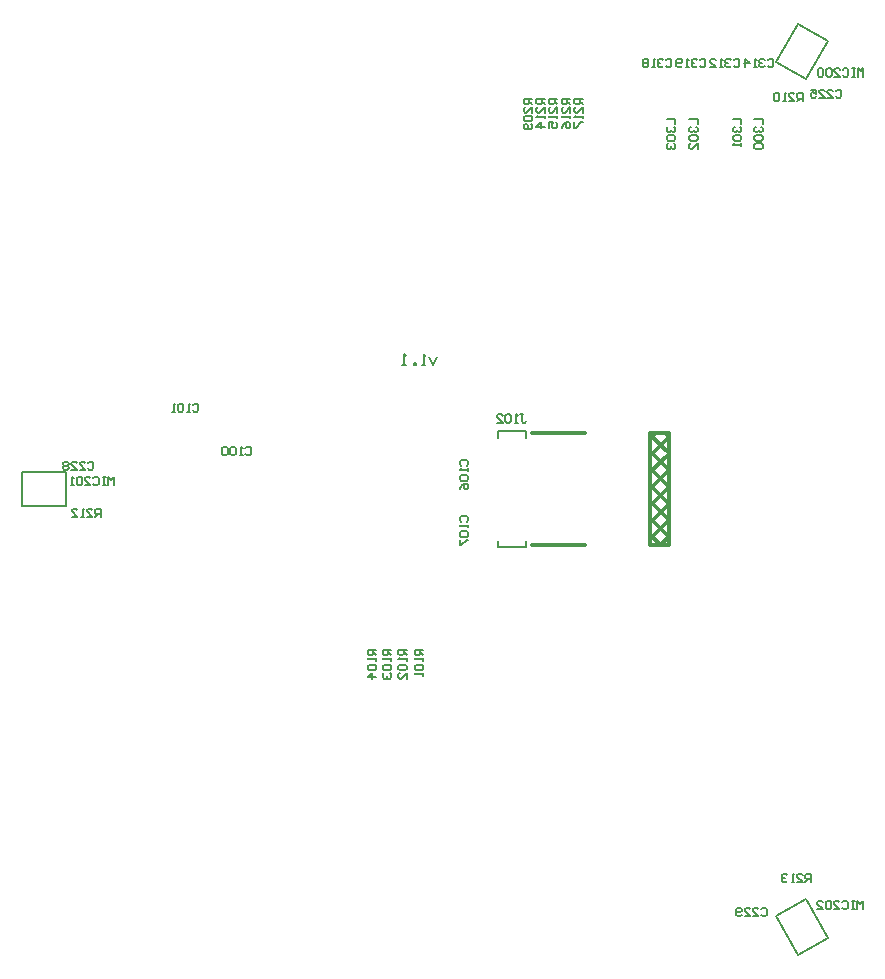
<source format=gbo>
G04*
G04 #@! TF.GenerationSoftware,Altium Limited,Altium Designer,21.8.1 (53)*
G04*
G04 Layer_Color=32896*
%FSTAX43Y43*%
%MOMM*%
G71*
G04*
G04 #@! TF.SameCoordinates,6DCA0702-E8A1-45D8-905D-7E8CEDC4C78A*
G04*
G04*
G04 #@! TF.FilePolarity,Positive*
G04*
G01*
G75*
%ADD10C,0.200*%
%ADD13C,0.150*%
%ADD81C,0.300*%
D10*
X-00095Y0011167D02*
X-0009834Y00105D01*
X-0010167Y0011167D01*
X-00105Y00105D02*
X-0010833D01*
X-0010667D01*
Y00115D01*
X-00105Y0011333D01*
X-0011333Y00105D02*
Y0010667D01*
X-00115D01*
Y00105D01*
X-0011333D01*
X-0012166D02*
X-00125D01*
X-0012333D01*
Y00115D01*
X-0012166Y0011333D01*
D13*
X-0040915Y-000145D02*
X-0040915Y000145D01*
X-0044665Y000145D02*
X-0040915Y000145D01*
X-0044665Y-000145D02*
X-0044665Y000145D01*
X-0044665Y-000145D02*
X-0040915Y-000145D01*
X-0001975Y0004375D02*
Y00049D01*
X-0004375D02*
X-0001975D01*
X-0004375Y0004375D02*
Y00049D01*
X-0001975Y-00049D02*
Y-0004375D01*
X-0004375Y-00049D02*
X-0001975D01*
X-0004375D02*
Y-0004375D01*
X0019199Y003616D02*
X0021074Y0039408D01*
X0023585Y0037958D01*
X002171Y003471D02*
X0023585Y0037958D01*
X0019199Y003616D02*
X002171Y003471D01*
X0019202Y-0036158D02*
X0021713Y-0034708D01*
X0019202Y-0036158D02*
X0021077Y-0039406D01*
X0023588Y-0037956D01*
X0021713Y-0034708D02*
X0023588Y-0037956D01*
X000995Y0031383D02*
X001065D01*
Y0030916D01*
X0010067Y0030683D02*
X000995Y0030567D01*
Y0030333D01*
X0010067Y0030217D01*
X0010183D01*
X00103Y0030333D01*
Y003045D01*
Y0030333D01*
X0010417Y0030217D01*
X0010533D01*
X001065Y0030333D01*
Y0030567D01*
X0010533Y0030683D01*
X0010067Y0029983D02*
X000995Y0029867D01*
Y0029633D01*
X0010067Y0029517D01*
X0010533D01*
X001065Y0029633D01*
Y0029867D01*
X0010533Y0029983D01*
X0010067D01*
Y0029284D02*
X000995Y0029167D01*
Y0028934D01*
X0010067Y0028817D01*
X0010183D01*
X00103Y0028934D01*
Y002905D01*
Y0028934D01*
X0010417Y0028817D01*
X0010533D01*
X001065Y0028934D01*
Y0029167D01*
X0010533Y0029284D01*
X001735Y0031383D02*
X001805D01*
Y0030916D01*
X0017467Y0030683D02*
X001735Y0030567D01*
Y0030333D01*
X0017467Y0030217D01*
X0017583D01*
X00177Y0030333D01*
Y003045D01*
Y0030333D01*
X0017817Y0030217D01*
X0017933D01*
X001805Y0030333D01*
Y0030567D01*
X0017933Y0030683D01*
X0017467Y0029983D02*
X001735Y0029867D01*
Y0029633D01*
X0017467Y0029517D01*
X0017933D01*
X001805Y0029633D01*
Y0029867D01*
X0017933Y0029983D01*
X0017467D01*
Y0029284D02*
X001735Y0029167D01*
Y0028934D01*
X0017467Y0028817D01*
X0017933D01*
X001805Y0028934D01*
Y0029167D01*
X0017933Y0029284D01*
X0017467D01*
X0012725Y0036333D02*
X0012841Y003645D01*
X0013075D01*
X0013191Y0036333D01*
Y0035867D01*
X0013075Y003575D01*
X0012841D01*
X0012725Y0035867D01*
X0012491Y0036333D02*
X0012375Y003645D01*
X0012142D01*
X0012025Y0036333D01*
Y0036217D01*
X0012142Y00361D01*
X0012258D01*
X0012142D01*
X0012025Y0035983D01*
Y0035867D01*
X0012142Y003575D01*
X0012375D01*
X0012491Y0035867D01*
X0011792Y003575D02*
X0011558D01*
X0011675D01*
Y003645D01*
X0011792Y0036333D01*
X0011209Y0035867D02*
X0011092Y003575D01*
X0010859D01*
X0010742Y0035867D01*
Y0036333D01*
X0010859Y003645D01*
X0011092D01*
X0011209Y0036333D01*
Y0036217D01*
X0011092Y00361D01*
X0010742D01*
X0009858Y0036333D02*
X0009975Y003645D01*
X0010208D01*
X0010325Y0036333D01*
Y0035867D01*
X0010208Y003575D01*
X0009975D01*
X0009858Y0035867D01*
X0009625Y0036333D02*
X0009508Y003645D01*
X0009275D01*
X0009158Y0036333D01*
Y0036217D01*
X0009275Y00361D01*
X0009392D01*
X0009275D01*
X0009158Y0035983D01*
Y0035867D01*
X0009275Y003575D01*
X0009508D01*
X0009625Y0035867D01*
X0008925Y003575D02*
X0008692D01*
X0008808D01*
Y003645D01*
X0008925Y0036333D01*
X0008342D02*
X0008225Y003645D01*
X0007992D01*
X0007875Y0036333D01*
Y0036217D01*
X0007992Y00361D01*
X0007875Y0035983D01*
Y0035867D01*
X0007992Y003575D01*
X0008225D01*
X0008342Y0035867D01*
Y0035983D01*
X0008225Y00361D01*
X0008342Y0036217D01*
Y0036333D01*
X0008225Y00361D02*
X0007992D01*
X0018458Y0036333D02*
X0018575Y003645D01*
X0018808D01*
X0018925Y0036333D01*
Y0035867D01*
X0018808Y003575D01*
X0018575D01*
X0018458Y0035867D01*
X0018225Y0036333D02*
X0018108Y003645D01*
X0017875D01*
X0017758Y0036333D01*
Y0036217D01*
X0017875Y00361D01*
X0017992D01*
X0017875D01*
X0017758Y0035983D01*
Y0035867D01*
X0017875Y003575D01*
X0018108D01*
X0018225Y0035867D01*
X0017525Y003575D02*
X0017292D01*
X0017408D01*
Y003645D01*
X0017525Y0036333D01*
X0016592Y003575D02*
Y003645D01*
X0016942Y00361D01*
X0016475D01*
X0026574Y003495D02*
Y003565D01*
X0026341Y0035417D01*
X0026108Y003565D01*
Y003495D01*
X0025875Y003565D02*
X0025641D01*
X0025758D01*
Y003495D01*
X0025875D01*
X0025641D01*
X0024825Y0035533D02*
X0024942Y003565D01*
X0025175D01*
X0025291Y0035533D01*
Y0035067D01*
X0025175Y003495D01*
X0024942D01*
X0024825Y0035067D01*
X0024125Y003495D02*
X0024592D01*
X0024125Y0035417D01*
Y0035533D01*
X0024242Y003565D01*
X0024475D01*
X0024592Y0035533D01*
X0023892D02*
X0023775Y003565D01*
X0023542D01*
X0023425Y0035533D01*
Y0035067D01*
X0023542Y003495D01*
X0023775D01*
X0023892Y0035067D01*
Y0035533D01*
X0023192D02*
X0023076Y003565D01*
X0022842D01*
X0022726Y0035533D01*
Y0035067D01*
X0022842Y003495D01*
X0023076D01*
X0023192Y0035067D01*
Y0035533D01*
X0002815Y0033052D02*
X0002115D01*
Y0032702D01*
X0002232Y0032586D01*
X0002465D01*
X0002582Y0032702D01*
Y0033052D01*
Y0032819D02*
X0002815Y0032586D01*
Y0031886D02*
Y0032353D01*
X0002348Y0031886D01*
X0002232D01*
X0002115Y0032003D01*
Y0032236D01*
X0002232Y0032353D01*
X0002815Y0031653D02*
Y003142D01*
Y0031536D01*
X0002115D01*
X0002232Y0031653D01*
X0002115Y003107D02*
Y0030603D01*
X0002232D01*
X0002698Y003107D01*
X0002815D01*
X-0001484Y0033052D02*
X-0002184D01*
Y0032702D01*
X-0002067Y0032586D01*
X-0001834D01*
X-0001717Y0032702D01*
Y0033052D01*
Y0032819D02*
X-0001484Y0032586D01*
Y0031886D02*
Y0032353D01*
X-000195Y0031886D01*
X-0002067D01*
X-0002184Y0032003D01*
Y0032236D01*
X-0002067Y0032353D01*
Y0031653D02*
X-0002184Y0031536D01*
Y0031303D01*
X-0002067Y0031186D01*
X-00016D01*
X-0001484Y0031303D01*
Y0031536D01*
X-00016Y0031653D01*
X-0002067D01*
X-00016Y0030953D02*
X-0001484Y0030836D01*
Y0030603D01*
X-00016Y0030486D01*
X-0002067D01*
X-0002184Y0030603D01*
Y0030836D01*
X-0002067Y0030953D01*
X-000195D01*
X-0001834Y0030836D01*
Y0030486D01*
X-0030197Y0007149D02*
X-0030081Y0007266D01*
X-0029847D01*
X-0029731Y0007149D01*
Y0006682D01*
X-0029847Y0006566D01*
X-0030081D01*
X-0030197Y0006682D01*
X-0030431Y0006566D02*
X-0030664D01*
X-0030547D01*
Y0007266D01*
X-0030431Y0007149D01*
X-0031014D02*
X-003113Y0007266D01*
X-0031364D01*
X-003148Y0007149D01*
Y0006682D01*
X-0031364Y0006566D01*
X-003113D01*
X-0031014Y0006682D01*
Y0007149D01*
X-0031713Y0006566D02*
X-0031947D01*
X-003183D01*
Y0007266D01*
X-0031713Y0007149D01*
X-0025742Y0003483D02*
X-0025625Y00036D01*
X-0025392D01*
X-0025275Y0003483D01*
Y0003017D01*
X-0025392Y00029D01*
X-0025625D01*
X-0025742Y0003017D01*
X-0025975Y00029D02*
X-0026208D01*
X-0026092D01*
Y00036D01*
X-0025975Y0003483D01*
X-0026558D02*
X-0026675Y00036D01*
X-0026908D01*
X-0027025Y0003483D01*
Y0003017D01*
X-0026908Y00029D01*
X-0026675D01*
X-0026558Y0003017D01*
Y0003483D01*
X-0027258D02*
X-0027375Y00036D01*
X-0027608D01*
X-0027725Y0003483D01*
Y0003017D01*
X-0027608Y00029D01*
X-0027375D01*
X-0027258Y0003017D01*
Y0003483D01*
X-0002461Y0006351D02*
X-0002227D01*
X-0002344D01*
Y0005768D01*
X-0002227Y0005651D01*
X-0002111D01*
X-0001994Y0005768D01*
X-0002694Y0005651D02*
X-0002927D01*
X-000281D01*
Y0006351D01*
X-0002694Y0006235D01*
X-0003277D02*
X-0003394Y0006351D01*
X-0003627D01*
X-0003743Y0006235D01*
Y0005768D01*
X-0003627Y0005651D01*
X-0003394D01*
X-0003277Y0005768D01*
Y0006235D01*
X-0004443Y0005651D02*
X-0003977D01*
X-0004443Y0006118D01*
Y0006235D01*
X-0004327Y0006351D01*
X-0004093D01*
X-0003977Y0006235D01*
X-0007483Y-0002742D02*
X-00076Y-0002625D01*
Y-0002392D01*
X-0007483Y-0002275D01*
X-0007017D01*
X-00069Y-0002392D01*
Y-0002625D01*
X-0007017Y-0002742D01*
X-00069Y-0002975D02*
Y-0003208D01*
Y-0003092D01*
X-00076D01*
X-0007483Y-0002975D01*
Y-0003558D02*
X-00076Y-0003675D01*
Y-0003908D01*
X-0007483Y-0004025D01*
X-0007017D01*
X-00069Y-0003908D01*
Y-0003675D01*
X-0007017Y-0003558D01*
X-0007483D01*
X-00076Y-0004258D02*
Y-0004725D01*
X-0007483D01*
X-0007017Y-0004258D01*
X-00069D01*
X-0007483Y0002008D02*
X-00076Y0002125D01*
Y0002358D01*
X-0007483Y0002475D01*
X-0007017D01*
X-00069Y0002358D01*
Y0002125D01*
X-0007017Y0002008D01*
X-00069Y0001775D02*
Y0001542D01*
Y0001658D01*
X-00076D01*
X-0007483Y0001775D01*
Y0001192D02*
X-00076Y0001075D01*
Y0000842D01*
X-0007483Y0000725D01*
X-0007017D01*
X-00069Y0000842D01*
Y0001075D01*
X-0007017Y0001192D01*
X-0007483D01*
X-00076Y0000025D02*
X-0007483Y0000259D01*
X-000725Y0000492D01*
X-0007017D01*
X-00069Y0000375D01*
Y0000142D01*
X-0007017Y0000025D01*
X-0007133D01*
X-000725Y0000142D01*
Y0000492D01*
X-0014698Y-0013572D02*
X-0015398D01*
Y-0013922D01*
X-0015282Y-0014039D01*
X-0015048D01*
X-0014932Y-0013922D01*
Y-0013572D01*
Y-0013806D02*
X-0014698Y-0014039D01*
Y-0014272D02*
Y-0014505D01*
Y-0014389D01*
X-0015398D01*
X-0015282Y-0014272D01*
Y-0014855D02*
X-0015398Y-0014972D01*
Y-0015205D01*
X-0015282Y-0015322D01*
X-0014815D01*
X-0014698Y-0015205D01*
Y-0014972D01*
X-0014815Y-0014855D01*
X-0015282D01*
X-0014698Y-0015905D02*
X-0015398D01*
X-0015048Y-0015555D01*
Y-0016021D01*
X-0013403Y-0013572D02*
X-0014103D01*
Y-0013922D01*
X-0013986Y-0014039D01*
X-0013753D01*
X-0013636Y-0013922D01*
Y-0013572D01*
Y-0013806D02*
X-0013403Y-0014039D01*
Y-0014272D02*
Y-0014505D01*
Y-0014389D01*
X-0014103D01*
X-0013986Y-0014272D01*
Y-0014855D02*
X-0014103Y-0014972D01*
Y-0015205D01*
X-0013986Y-0015322D01*
X-001352D01*
X-0013403Y-0015205D01*
Y-0014972D01*
X-001352Y-0014855D01*
X-0013986D01*
Y-0015555D02*
X-0014103Y-0015672D01*
Y-0015905D01*
X-0013986Y-0016021D01*
X-001387D01*
X-0013753Y-0015905D01*
Y-0015788D01*
Y-0015905D01*
X-0013636Y-0016021D01*
X-001352D01*
X-0013403Y-0015905D01*
Y-0015672D01*
X-001352Y-0015555D01*
X-0012108Y-0013572D02*
X-0012807D01*
Y-0013922D01*
X-0012691Y-0014039D01*
X-0012458D01*
X-0012341Y-0013922D01*
Y-0013572D01*
Y-0013806D02*
X-0012108Y-0014039D01*
Y-0014272D02*
Y-0014505D01*
Y-0014389D01*
X-0012807D01*
X-0012691Y-0014272D01*
Y-0014855D02*
X-0012807Y-0014972D01*
Y-0015205D01*
X-0012691Y-0015322D01*
X-0012224D01*
X-0012108Y-0015205D01*
Y-0014972D01*
X-0012224Y-0014855D01*
X-0012691D01*
X-0012108Y-0016021D02*
Y-0015555D01*
X-0012574Y-0016021D01*
X-0012691D01*
X-0012807Y-0015905D01*
Y-0015672D01*
X-0012691Y-0015555D01*
X-0010696Y-0013572D02*
X-0011395D01*
Y-0013922D01*
X-0011279Y-0014039D01*
X-0011045D01*
X-0010929Y-0013922D01*
Y-0013572D01*
Y-0013806D02*
X-0010696Y-0014039D01*
Y-0014272D02*
Y-0014505D01*
Y-0014389D01*
X-0011395D01*
X-0011279Y-0014272D01*
Y-0014855D02*
X-0011395Y-0014972D01*
Y-0015205D01*
X-0011279Y-0015322D01*
X-0010812D01*
X-0010696Y-0015205D01*
Y-0014972D01*
X-0010812Y-0014855D01*
X-0011279D01*
X-0010696Y-0015555D02*
Y-0015788D01*
Y-0015672D01*
X-0011395D01*
X-0011279Y-0015555D01*
X0000666Y0033052D02*
X-0000034D01*
Y0032702D01*
X0000082Y0032586D01*
X0000316D01*
X0000432Y0032702D01*
Y0033052D01*
Y0032819D02*
X0000666Y0032586D01*
Y0031886D02*
Y0032353D01*
X0000199Y0031886D01*
X0000082D01*
X-0000034Y0032003D01*
Y0032236D01*
X0000082Y0032353D01*
X0000666Y0031653D02*
Y003142D01*
Y0031536D01*
X-0000034D01*
X0000082Y0031653D01*
X-0000034Y0030603D02*
Y003107D01*
X0000316D01*
X0000199Y0030836D01*
Y003072D01*
X0000316Y0030603D01*
X0000549D01*
X0000666Y003072D01*
Y0030953D01*
X0000549Y003107D01*
X000174Y0033052D02*
X000104D01*
Y0032702D01*
X0001157Y0032586D01*
X000139D01*
X0001507Y0032702D01*
Y0033052D01*
Y0032819D02*
X000174Y0032586D01*
Y0031886D02*
Y0032353D01*
X0001274Y0031886D01*
X0001157D01*
X000104Y0032003D01*
Y0032236D01*
X0001157Y0032353D01*
X000174Y0031653D02*
Y003142D01*
Y0031536D01*
X000104D01*
X0001157Y0031653D01*
X000104Y0030603D02*
X0001157Y0030836D01*
X000139Y003107D01*
X0001624D01*
X000174Y0030953D01*
Y003072D01*
X0001624Y0030603D01*
X0001507D01*
X000139Y003072D01*
Y003107D01*
X-0000409Y0033052D02*
X-0001109D01*
Y0032702D01*
X-0000992Y0032586D01*
X-0000759D01*
X-0000642Y0032702D01*
Y0033052D01*
Y0032819D02*
X-0000409Y0032586D01*
Y0031886D02*
Y0032353D01*
X-0000876Y0031886D01*
X-0000992D01*
X-0001109Y0032003D01*
Y0032236D01*
X-0000992Y0032353D01*
X-0000409Y0031653D02*
Y003142D01*
Y0031536D01*
X-0001109D01*
X-0000992Y0031653D01*
X-0000409Y003072D02*
X-0001109D01*
X-0000759Y003107D01*
Y0030603D01*
X0022125Y-003325D02*
Y-003255D01*
X0021775D01*
X0021658Y-0032667D01*
Y-00329D01*
X0021775Y-0033017D01*
X0022125D01*
X0021891D02*
X0021658Y-003325D01*
X0020958D02*
X0021425D01*
X0020958Y-0032783D01*
Y-0032667D01*
X0021075Y-003255D01*
X0021308D01*
X0021425Y-0032667D01*
X0020725Y-003325D02*
X0020492D01*
X0020608D01*
Y-003255D01*
X0020725Y-0032667D01*
X0020142D02*
X0020025Y-003255D01*
X0019792D01*
X0019675Y-0032667D01*
Y-0032783D01*
X0019792Y-00329D01*
X0019909D01*
X0019792D01*
X0019675Y-0033017D01*
Y-0033133D01*
X0019792Y-003325D01*
X0020025D01*
X0020142Y-0033133D01*
X-0038009Y-0002325D02*
Y-0001625D01*
X-0038359D01*
X-0038475Y-0001742D01*
Y-0001975D01*
X-0038359Y-0002092D01*
X-0038009D01*
X-0038242D02*
X-0038475Y-0002325D01*
X-0039175D02*
X-0038709D01*
X-0039175Y-0001858D01*
Y-0001742D01*
X-0039058Y-0001625D01*
X-0038825D01*
X-0038709Y-0001742D01*
X-0039408Y-0002325D02*
X-0039642D01*
X-0039525D01*
Y-0001625D01*
X-0039408Y-0001742D01*
X-0040458Y-0002325D02*
X-0039991D01*
X-0040458Y-0001858D01*
Y-0001742D01*
X-0040341Y-0001625D01*
X-0040108D01*
X-0039991Y-0001742D01*
X0021425Y003285D02*
Y003355D01*
X0021075D01*
X0020958Y0033433D01*
Y00332D01*
X0021075Y0033083D01*
X0021425D01*
X0021191D02*
X0020958Y003285D01*
X0020258D02*
X0020725D01*
X0020258Y0033317D01*
Y0033433D01*
X0020375Y003355D01*
X0020608D01*
X0020725Y0033433D01*
X0020025Y003285D02*
X0019792D01*
X0019908D01*
Y003355D01*
X0020025Y0033433D01*
X0019442D02*
X0019325Y003355D01*
X0019092D01*
X0018975Y0033433D01*
Y0032967D01*
X0019092Y003285D01*
X0019325D01*
X0019442Y0032967D01*
Y0033433D01*
X-0036892Y000035D02*
Y000105D01*
X-0037126Y0000817D01*
X-0037359Y000105D01*
Y000035D01*
X-0037592Y000105D02*
X-0037825D01*
X-0037709D01*
Y000035D01*
X-0037592D01*
X-0037825D01*
X-0038642Y0000933D02*
X-0038525Y000105D01*
X-0038292D01*
X-0038175Y0000933D01*
Y0000467D01*
X-0038292Y000035D01*
X-0038525D01*
X-0038642Y0000467D01*
X-0039341Y000035D02*
X-0038875D01*
X-0039341Y0000817D01*
Y0000933D01*
X-0039225Y000105D01*
X-0038992D01*
X-0038875Y0000933D01*
X-0039575D02*
X-0039691Y000105D01*
X-0039925D01*
X-0040041Y0000933D01*
Y0000467D01*
X-0039925Y000035D01*
X-0039691D01*
X-0039575Y0000467D01*
Y0000933D01*
X-0040274Y000035D02*
X-0040508D01*
X-0040391D01*
Y000105D01*
X-0040274Y0000933D01*
X0026524Y-003555D02*
Y-003485D01*
X0026291Y-0035083D01*
X0026058Y-003485D01*
Y-003555D01*
X0025825Y-003485D02*
X0025591D01*
X0025708D01*
Y-003555D01*
X0025825D01*
X0025591D01*
X0024775Y-0034967D02*
X0024892Y-003485D01*
X0025125D01*
X0025241Y-0034967D01*
Y-0035433D01*
X0025125Y-003555D01*
X0024892D01*
X0024775Y-0035433D01*
X0024075Y-003555D02*
X0024542D01*
X0024075Y-0035083D01*
Y-0034967D01*
X0024192Y-003485D01*
X0024425D01*
X0024542Y-0034967D01*
X0023842D02*
X0023725Y-003485D01*
X0023492D01*
X0023375Y-0034967D01*
Y-0035433D01*
X0023492Y-003555D01*
X0023725D01*
X0023842Y-0035433D01*
Y-0034967D01*
X0022676Y-003555D02*
X0023142D01*
X0022676Y-0035083D01*
Y-0034967D01*
X0022792Y-003485D01*
X0023025D01*
X0023142Y-0034967D01*
X001185Y0031383D02*
X001255D01*
Y0030916D01*
X0011967Y0030683D02*
X001185Y0030567D01*
Y0030333D01*
X0011967Y0030217D01*
X0012083D01*
X00122Y0030333D01*
Y003045D01*
Y0030333D01*
X0012317Y0030217D01*
X0012433D01*
X001255Y0030333D01*
Y0030567D01*
X0012433Y0030683D01*
X0011967Y0029983D02*
X001185Y0029867D01*
Y0029633D01*
X0011967Y0029517D01*
X0012433D01*
X001255Y0029633D01*
Y0029867D01*
X0012433Y0029983D01*
X0011967D01*
X001255Y0028817D02*
Y0029284D01*
X0012083Y0028817D01*
X0011967D01*
X001185Y0028934D01*
Y0029167D01*
X0011967Y0029284D01*
X001555Y0031383D02*
X001625D01*
Y0030916D01*
X0015667Y0030683D02*
X001555Y0030567D01*
Y0030333D01*
X0015667Y0030217D01*
X0015783D01*
X00159Y0030333D01*
Y003045D01*
Y0030333D01*
X0016017Y0030217D01*
X0016133D01*
X001625Y0030333D01*
Y0030567D01*
X0016133Y0030683D01*
X0015667Y0029983D02*
X001555Y0029867D01*
Y0029633D01*
X0015667Y0029517D01*
X0016133D01*
X001625Y0029633D01*
Y0029867D01*
X0016133Y0029983D01*
X0015667D01*
X001625Y0029284D02*
Y002905D01*
Y0029167D01*
X001555D01*
X0015667Y0029284D01*
X0015591Y0036333D02*
X0015708Y003645D01*
X0015941D01*
X0016058Y0036333D01*
Y0035867D01*
X0015941Y003575D01*
X0015708D01*
X0015591Y0035867D01*
X0015358Y0036333D02*
X0015242Y003645D01*
X0015008D01*
X0014892Y0036333D01*
Y0036217D01*
X0015008Y00361D01*
X0015125D01*
X0015008D01*
X0014892Y0035983D01*
Y0035867D01*
X0015008Y003575D01*
X0015242D01*
X0015358Y0035867D01*
X0014658Y003575D02*
X0014425D01*
X0014542D01*
Y003645D01*
X0014658Y0036333D01*
X0013609Y003575D02*
X0014075D01*
X0013609Y0036217D01*
Y0036333D01*
X0013725Y003645D01*
X0013959D01*
X0014075Y0036333D01*
X-0039084Y0002233D02*
X-0038967Y000235D01*
X-0038734D01*
X-0038617Y0002233D01*
Y0001767D01*
X-0038734Y000165D01*
X-0038967D01*
X-0039084Y0001767D01*
X-0039783Y000165D02*
X-0039317D01*
X-0039783Y0002117D01*
Y0002233D01*
X-0039667Y000235D01*
X-0039433D01*
X-0039317Y0002233D01*
X-0040483Y000165D02*
X-0040017D01*
X-0040483Y0002117D01*
Y0002233D01*
X-0040367Y000235D01*
X-0040133D01*
X-0040017Y0002233D01*
X-0040716D02*
X-0040833Y000235D01*
X-0041066D01*
X-0041183Y0002233D01*
Y0002117D01*
X-0041066Y0002D01*
X-0041183Y0001883D01*
Y0001767D01*
X-0041066Y000165D01*
X-0040833D01*
X-0040716Y0001767D01*
Y0001883D01*
X-0040833Y0002D01*
X-0040716Y0002117D01*
Y0002233D01*
X-0040833Y0002D02*
X-0041066D01*
X0017916Y-0035567D02*
X0018033Y-003545D01*
X0018266D01*
X0018383Y-0035567D01*
Y-0036033D01*
X0018266Y-003615D01*
X0018033D01*
X0017916Y-0036033D01*
X0017217Y-003615D02*
X0017683D01*
X0017217Y-0035683D01*
Y-0035567D01*
X0017333Y-003545D01*
X0017567D01*
X0017683Y-0035567D01*
X0016517Y-003615D02*
X0016983D01*
X0016517Y-0035683D01*
Y-0035567D01*
X0016633Y-003545D01*
X0016867D01*
X0016983Y-0035567D01*
X0016284Y-0036033D02*
X0016167Y-003615D01*
X0015934D01*
X0015817Y-0036033D01*
Y-0035567D01*
X0015934Y-003545D01*
X0016167D01*
X0016284Y-0035567D01*
Y-0035683D01*
X0016167Y-00358D01*
X0015817D01*
X0024216Y0033733D02*
X0024333Y003385D01*
X0024566D01*
X0024683Y0033733D01*
Y0033267D01*
X0024566Y003315D01*
X0024333D01*
X0024216Y0033267D01*
X0023517Y003315D02*
X0023983D01*
X0023517Y0033617D01*
Y0033733D01*
X0023633Y003385D01*
X0023867D01*
X0023983Y0033733D01*
X0022817Y003315D02*
X0023283D01*
X0022817Y0033617D01*
Y0033733D01*
X0022933Y003385D01*
X0023167D01*
X0023283Y0033733D01*
X0022117Y003385D02*
X0022584D01*
Y00335D01*
X002235Y0033617D01*
X0022234D01*
X0022117Y00335D01*
Y0033267D01*
X0022234Y003315D01*
X0022467D01*
X0022584Y0033267D01*
D81*
X0009801Y000475D02*
X00101Y0004451D01*
X00085Y-0002434D02*
X00101Y-0004034D01*
X00085Y-0004228D02*
X00101Y-0002628D01*
X00085Y000475D02*
X00101D01*
X00085Y-000475D02*
Y000475D01*
Y-0003848D02*
X0009402Y-000475D01*
X00101Y000475D02*
X00101Y-000475D01*
X0009392D02*
X00101Y-0004042D01*
X0009392Y-000475D02*
X00101Y-0004042D01*
X00085Y-000475D02*
Y000475D01*
Y-000475D02*
X00101D01*
X00085Y0001429D02*
X00101Y0003029D01*
X00085Y0003223D02*
X00101Y0001623D01*
X00085Y0001809D02*
X00101Y0000209D01*
X00085Y0004637D02*
X00101Y0003037D01*
X00085Y0004257D02*
X0008993Y000475D01*
X00085Y0002843D02*
X00101Y0004443D01*
X00085Y-000102D02*
X00101Y-000262D01*
X00085Y0000394D02*
X00101Y-0001206D01*
X00085Y-0002814D02*
X00101Y-0001214D01*
X00085Y0000015D02*
X00101Y0001615D01*
X00085Y-00014D02*
X00101Y00002D01*
X-00015Y-000475D02*
X0003D01*
X-00015Y000475D02*
X0003D01*
M02*

</source>
